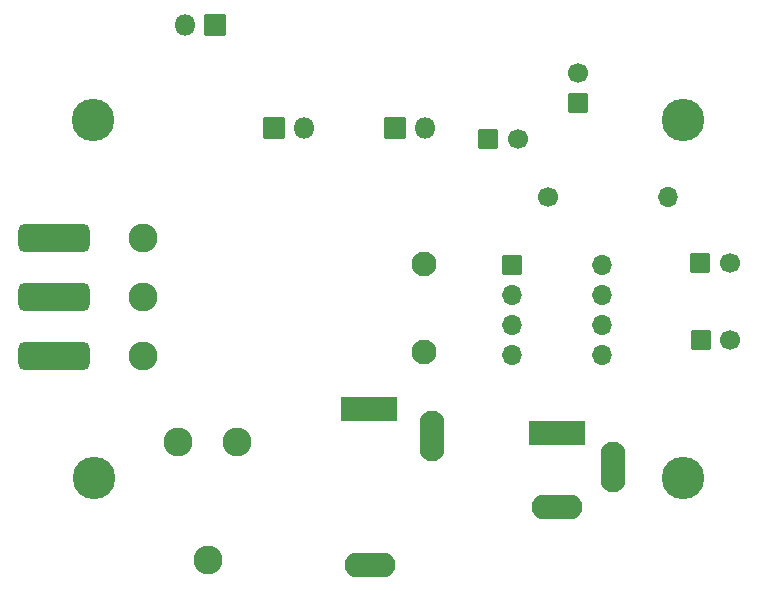
<source format=gbr>
%TF.GenerationSoftware,KiCad,Pcbnew,7.0.10*%
%TF.CreationDate,2024-02-29T08:37:15+01:00*%
%TF.ProjectId,ZX Spectrum AMP,5a582053-7065-4637-9472-756d20414d50,rev?*%
%TF.SameCoordinates,Original*%
%TF.FileFunction,Soldermask,Top*%
%TF.FilePolarity,Negative*%
%FSLAX46Y46*%
G04 Gerber Fmt 4.6, Leading zero omitted, Abs format (unit mm)*
G04 Created by KiCad (PCBNEW 7.0.10) date 2024-02-29 08:37:15*
%MOMM*%
%LPD*%
G01*
G04 APERTURE LIST*
G04 Aperture macros list*
%AMRoundRect*
0 Rectangle with rounded corners*
0 $1 Rounding radius*
0 $2 $3 $4 $5 $6 $7 $8 $9 X,Y pos of 4 corners*
0 Add a 4 corners polygon primitive as box body*
4,1,4,$2,$3,$4,$5,$6,$7,$8,$9,$2,$3,0*
0 Add four circle primitives for the rounded corners*
1,1,$1+$1,$2,$3*
1,1,$1+$1,$4,$5*
1,1,$1+$1,$6,$7*
1,1,$1+$1,$8,$9*
0 Add four rect primitives between the rounded corners*
20,1,$1+$1,$2,$3,$4,$5,0*
20,1,$1+$1,$4,$5,$6,$7,0*
20,1,$1+$1,$6,$7,$8,$9,0*
20,1,$1+$1,$8,$9,$2,$3,0*%
G04 Aperture macros list end*
%ADD10C,1.700000*%
%ADD11O,1.700000X1.700000*%
%ADD12RoundRect,0.050000X-0.850000X0.850000X-0.850000X-0.850000X0.850000X-0.850000X0.850000X0.850000X0*%
%ADD13O,1.800000X1.800000*%
%ADD14RoundRect,0.050000X-0.800000X-0.800000X0.800000X-0.800000X0.800000X0.800000X-0.800000X0.800000X0*%
%ADD15RoundRect,0.050000X0.800000X-0.800000X0.800000X0.800000X-0.800000X0.800000X-0.800000X-0.800000X0*%
%ADD16C,2.100000*%
%ADD17C,3.600000*%
%ADD18RoundRect,0.050000X0.850000X-0.850000X0.850000X0.850000X-0.850000X0.850000X-0.850000X-0.850000X0*%
%ADD19RoundRect,0.610000X2.440000X0.610000X-2.440000X0.610000X-2.440000X-0.610000X2.440000X-0.610000X0*%
%ADD20C,2.440000*%
%ADD21RoundRect,0.050000X-2.300000X-1.000000X2.300000X-1.000000X2.300000X1.000000X-2.300000X1.000000X0*%
%ADD22O,4.300000X2.100000*%
%ADD23O,2.100000X4.300000*%
G04 APERTURE END LIST*
D10*
%TO.C,R1*%
X72999600Y-51308000D03*
D11*
X83159600Y-51308000D03*
%TD*%
D12*
%TO.C,HT1*%
X44810600Y-36677600D03*
D13*
X42270600Y-36677600D03*
%TD*%
D14*
%TO.C,C2*%
X85916900Y-56896000D03*
D10*
X88416900Y-56896000D03*
%TD*%
D14*
%TO.C,C3*%
X85946900Y-63416000D03*
D10*
X88446900Y-63416000D03*
%TD*%
D15*
%TO.C,C4*%
X75594800Y-43311900D03*
D10*
X75594800Y-40811900D03*
%TD*%
D14*
%TO.C,C5*%
X67959600Y-46329600D03*
D10*
X70459600Y-46329600D03*
%TD*%
D14*
%TO.C,IC1*%
X70002400Y-57006800D03*
D11*
X70002400Y-59546800D03*
X70002400Y-62086800D03*
X70002400Y-64626800D03*
X77622400Y-64626800D03*
X77622400Y-62086800D03*
X77622400Y-59546800D03*
X77622400Y-57006800D03*
%TD*%
D16*
%TO.C,C1*%
X62534800Y-56914400D03*
X62534800Y-64414400D03*
%TD*%
D17*
%TO.C,H3*%
X34544000Y-75082400D03*
%TD*%
%TO.C,H2*%
X84480400Y-44754800D03*
%TD*%
D18*
%TO.C,J3*%
X60040600Y-45421400D03*
D13*
X62580600Y-45421400D03*
%TD*%
D18*
%TO.C,MIC1*%
X49779000Y-45421400D03*
D13*
X52319000Y-45421400D03*
%TD*%
D17*
%TO.C,H4*%
X84480400Y-75082400D03*
%TD*%
D19*
%TO.C,P1*%
X31200800Y-54740800D03*
D20*
X38750800Y-54750800D03*
D19*
X31200800Y-59710800D03*
D20*
X38750800Y-59750800D03*
D19*
X31200800Y-64760800D03*
D20*
X38750800Y-64750800D03*
%TD*%
D21*
%TO.C,J1*%
X73761600Y-71221600D03*
D22*
X73761600Y-77521600D03*
D23*
X78561600Y-74121600D03*
%TD*%
D20*
%TO.C,P2*%
X41698400Y-72012800D03*
X44198400Y-82012800D03*
X46698400Y-72012800D03*
%TD*%
D21*
%TO.C,J2*%
X57829100Y-69247600D03*
D22*
X57929100Y-82397600D03*
D23*
X63229100Y-71552600D03*
%TD*%
D17*
%TO.C,H1*%
X34493200Y-44754800D03*
%TD*%
M02*

</source>
